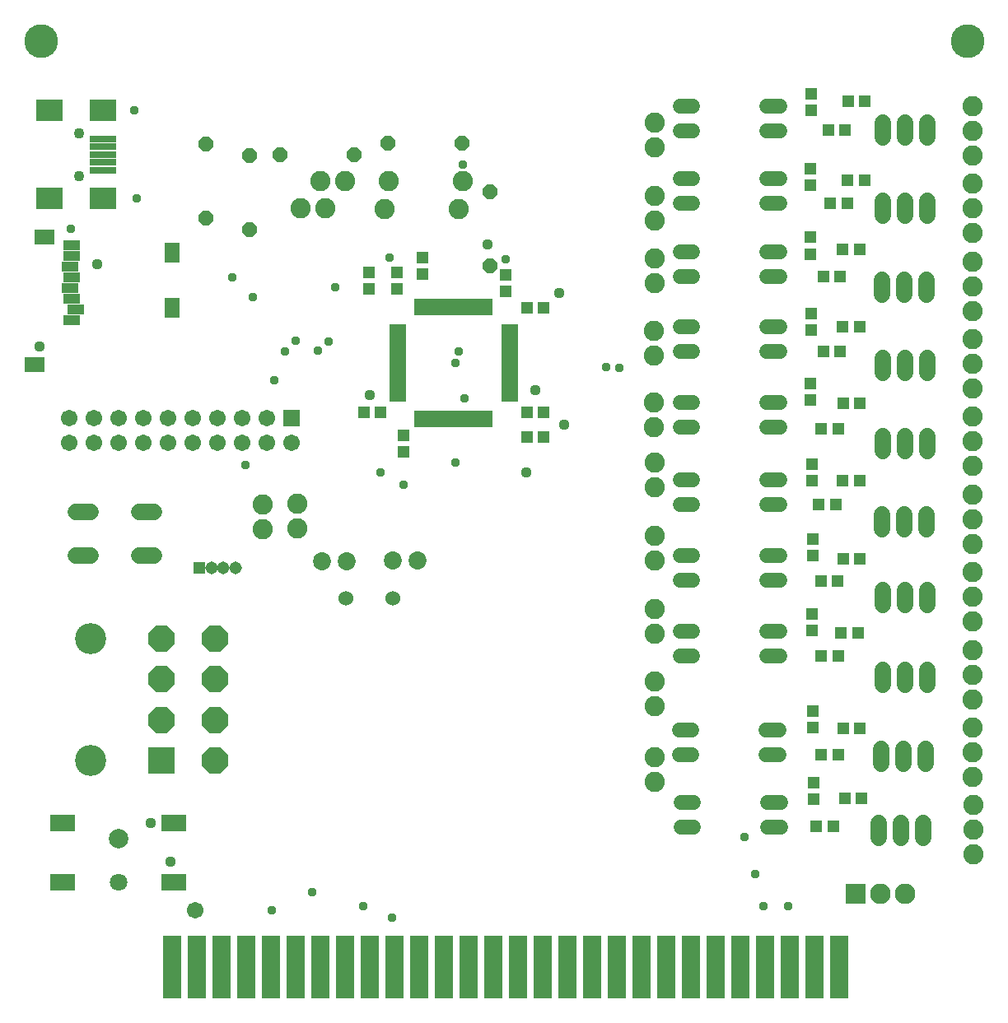
<source format=gts>
G75*
%MOIN*%
%OFA0B0*%
%FSLAX25Y25*%
%IPPOS*%
%LPD*%
%AMOC8*
5,1,8,0,0,1.08239X$1,22.5*
%
%ADD10C,0.13650*%
%ADD11R,0.07300X0.25800*%
%ADD12R,0.10643X0.02769*%
%ADD13R,0.10643X0.08674*%
%ADD14C,0.04343*%
%ADD15R,0.05162X0.05162*%
%ADD16C,0.05162*%
%ADD17R,0.10249X0.06706*%
%ADD18C,0.07099*%
%ADD19C,0.07887*%
%ADD20C,0.06000*%
%ADD21C,0.08200*%
%ADD22R,0.06737X0.06737*%
%ADD23C,0.06737*%
%ADD24R,0.01981X0.06509*%
%ADD25R,0.06509X0.01981*%
%ADD26R,0.04737X0.05131*%
%ADD27R,0.05131X0.04737*%
%ADD28R,0.06312X0.07887*%
%ADD29R,0.08280X0.06312*%
%ADD30R,0.06706X0.03950*%
%ADD31C,0.06000*%
%ADD32C,0.06800*%
%ADD33R,0.08300X0.08300*%
%ADD34C,0.08300*%
%ADD35C,0.07300*%
%ADD36OC8,0.10800*%
%ADD37R,0.10800X0.10800*%
%ADD38C,0.12611*%
%ADD39OC8,0.06000*%
%ADD40C,0.03778*%
%ADD41C,0.04369*%
%ADD42C,0.06706*%
D10*
X0013900Y0392500D03*
X0388900Y0392500D03*
D11*
X0337150Y0017500D03*
X0327150Y0017500D03*
X0317150Y0017500D03*
X0307150Y0017500D03*
X0297150Y0017500D03*
X0287150Y0017500D03*
X0277150Y0017500D03*
X0267150Y0017500D03*
X0257150Y0017500D03*
X0247150Y0017500D03*
X0237150Y0017500D03*
X0227150Y0017500D03*
X0217150Y0017500D03*
X0207150Y0017500D03*
X0197150Y0017500D03*
X0187150Y0017500D03*
X0177150Y0017500D03*
X0167150Y0017500D03*
X0157150Y0017500D03*
X0147150Y0017500D03*
X0137150Y0017500D03*
X0127150Y0017500D03*
X0117150Y0017500D03*
X0107150Y0017500D03*
X0097150Y0017500D03*
X0087150Y0017500D03*
X0077150Y0017500D03*
X0067150Y0017500D03*
D12*
X0039166Y0340225D03*
X0039166Y0343375D03*
X0039166Y0346524D03*
X0039166Y0349674D03*
X0039166Y0352823D03*
D13*
X0039166Y0364241D03*
X0017513Y0364241D03*
X0017513Y0328808D03*
X0039166Y0328808D03*
D14*
X0029324Y0337863D03*
X0029324Y0355186D03*
D15*
X0077973Y0179123D03*
D16*
X0082894Y0179123D03*
X0087815Y0179123D03*
X0092737Y0179123D03*
D17*
X0022807Y0051752D03*
X0022807Y0075768D03*
X0067689Y0075768D03*
X0067689Y0051752D03*
D18*
X0045248Y0051752D03*
D19*
X0045248Y0069469D03*
D20*
X0272877Y0074217D02*
X0278077Y0074217D01*
X0278077Y0084217D02*
X0272877Y0084217D01*
X0272309Y0103367D02*
X0277509Y0103367D01*
X0277509Y0113367D02*
X0272309Y0113367D01*
X0272642Y0143544D02*
X0277842Y0143544D01*
X0277842Y0153544D02*
X0272642Y0153544D01*
X0272642Y0174056D02*
X0277842Y0174056D01*
X0277842Y0184056D02*
X0272642Y0184056D01*
X0272642Y0204568D02*
X0277842Y0204568D01*
X0277842Y0214568D02*
X0272642Y0214568D01*
X0272642Y0236064D02*
X0277842Y0236064D01*
X0277842Y0246064D02*
X0272642Y0246064D01*
X0272642Y0266576D02*
X0277842Y0266576D01*
X0277842Y0276576D02*
X0272642Y0276576D01*
X0272642Y0297088D02*
X0277842Y0297088D01*
X0277842Y0307088D02*
X0272642Y0307088D01*
X0272642Y0326615D02*
X0277842Y0326615D01*
X0277842Y0336615D02*
X0272642Y0336615D01*
X0272642Y0356143D02*
X0277842Y0356143D01*
X0277842Y0366143D02*
X0272642Y0366143D01*
X0307842Y0366143D02*
X0313042Y0366143D01*
X0313042Y0356143D02*
X0307842Y0356143D01*
X0307842Y0336615D02*
X0313042Y0336615D01*
X0313042Y0326615D02*
X0307842Y0326615D01*
X0307842Y0307088D02*
X0313042Y0307088D01*
X0313042Y0297088D02*
X0307842Y0297088D01*
X0307842Y0276576D02*
X0313042Y0276576D01*
X0313042Y0266576D02*
X0307842Y0266576D01*
X0307842Y0246064D02*
X0313042Y0246064D01*
X0313042Y0236064D02*
X0307842Y0236064D01*
X0307842Y0214568D02*
X0313042Y0214568D01*
X0313042Y0204568D02*
X0307842Y0204568D01*
X0307842Y0184056D02*
X0313042Y0184056D01*
X0313042Y0174056D02*
X0307842Y0174056D01*
X0307842Y0153544D02*
X0313042Y0153544D01*
X0313042Y0143544D02*
X0307842Y0143544D01*
X0307509Y0113367D02*
X0312709Y0113367D01*
X0312709Y0103367D02*
X0307509Y0103367D01*
X0308077Y0084217D02*
X0313277Y0084217D01*
X0313277Y0074217D02*
X0308077Y0074217D01*
D21*
X0262227Y0092520D03*
X0262227Y0102520D03*
X0262227Y0123031D03*
X0262227Y0133031D03*
X0262227Y0152559D03*
X0262227Y0162559D03*
X0262227Y0182087D03*
X0262227Y0192087D03*
X0262227Y0211614D03*
X0262227Y0221614D03*
X0261940Y0236142D03*
X0261940Y0246142D03*
X0261893Y0265113D03*
X0261893Y0275113D03*
X0262227Y0294291D03*
X0262227Y0304291D03*
X0262227Y0319882D03*
X0262227Y0329882D03*
X0262227Y0349409D03*
X0262227Y0359409D03*
X0184562Y0335630D03*
X0182895Y0324549D03*
X0154562Y0335630D03*
X0152895Y0324549D03*
X0137054Y0335634D03*
X0127054Y0335634D03*
X0129054Y0324635D03*
X0119054Y0324635D03*
X0117734Y0204970D03*
X0117734Y0194970D03*
X0103574Y0194652D03*
X0103574Y0204652D03*
X0391164Y0208740D03*
X0391164Y0220236D03*
X0391164Y0230236D03*
X0391164Y0240236D03*
X0391164Y0251732D03*
X0391164Y0261732D03*
X0391164Y0271732D03*
X0391164Y0283228D03*
X0391164Y0293228D03*
X0391164Y0303228D03*
X0391164Y0314724D03*
X0391164Y0324724D03*
X0391164Y0334724D03*
X0391164Y0346220D03*
X0391164Y0356220D03*
X0391164Y0366220D03*
X0391164Y0198740D03*
X0391164Y0188740D03*
X0391164Y0177244D03*
X0391164Y0167244D03*
X0391164Y0157244D03*
X0391164Y0145748D03*
X0391164Y0135748D03*
X0391164Y0125748D03*
X0391164Y0114252D03*
X0391164Y0104252D03*
X0391164Y0094252D03*
X0391213Y0083002D03*
X0391213Y0073002D03*
X0391213Y0063002D03*
D22*
X0115384Y0239744D03*
D23*
X0105384Y0239744D03*
X0105384Y0229744D03*
X0115384Y0229744D03*
X0095384Y0229744D03*
X0095384Y0239744D03*
X0085384Y0239744D03*
X0085384Y0229744D03*
X0075384Y0229744D03*
X0075384Y0239744D03*
X0065384Y0239744D03*
X0065384Y0229744D03*
X0055384Y0229744D03*
X0055384Y0239744D03*
X0045384Y0239744D03*
X0045384Y0229744D03*
X0035384Y0229744D03*
X0035384Y0239744D03*
X0025384Y0239744D03*
X0025384Y0229744D03*
D24*
X0166164Y0239400D03*
X0168132Y0239400D03*
X0170101Y0239400D03*
X0172069Y0239400D03*
X0174038Y0239400D03*
X0176006Y0239400D03*
X0177975Y0239400D03*
X0179943Y0239400D03*
X0181912Y0239400D03*
X0183880Y0239400D03*
X0185849Y0239400D03*
X0187817Y0239400D03*
X0189786Y0239400D03*
X0191754Y0239400D03*
X0193723Y0239400D03*
X0195691Y0239400D03*
X0195691Y0284675D03*
X0193723Y0284675D03*
X0191754Y0284675D03*
X0189786Y0284675D03*
X0187817Y0284675D03*
X0185849Y0284675D03*
X0183880Y0284675D03*
X0181912Y0284675D03*
X0179943Y0284675D03*
X0177975Y0284675D03*
X0176006Y0284675D03*
X0174038Y0284675D03*
X0172069Y0284675D03*
X0170101Y0284675D03*
X0168132Y0284675D03*
X0166164Y0284675D03*
D25*
X0158290Y0276801D03*
X0158290Y0274833D03*
X0158290Y0272864D03*
X0158290Y0270896D03*
X0158290Y0268927D03*
X0158290Y0266959D03*
X0158290Y0264990D03*
X0158290Y0263022D03*
X0158290Y0261053D03*
X0158290Y0259085D03*
X0158290Y0257116D03*
X0158290Y0255148D03*
X0158290Y0253179D03*
X0158290Y0251211D03*
X0158290Y0249242D03*
X0158290Y0247274D03*
X0203565Y0247274D03*
X0203565Y0249242D03*
X0203565Y0251211D03*
X0203565Y0253179D03*
X0203565Y0255148D03*
X0203565Y0257116D03*
X0203565Y0259085D03*
X0203565Y0261053D03*
X0203565Y0263022D03*
X0203565Y0264990D03*
X0203565Y0266959D03*
X0203565Y0268927D03*
X0203565Y0270896D03*
X0203565Y0272864D03*
X0203565Y0274833D03*
X0203565Y0276801D03*
D26*
X0202187Y0291024D03*
X0202187Y0297717D03*
X0168255Y0298184D03*
X0168255Y0304877D03*
X0157896Y0298701D03*
X0157896Y0292008D03*
X0146592Y0291956D03*
X0146592Y0298649D03*
X0160849Y0232756D03*
X0160849Y0226063D03*
X0326094Y0220956D03*
X0326094Y0214263D03*
X0326324Y0190780D03*
X0326324Y0184088D03*
X0326100Y0160391D03*
X0326100Y0153698D03*
X0326443Y0121093D03*
X0326443Y0114400D03*
X0326646Y0092185D03*
X0326646Y0085492D03*
X0325483Y0247034D03*
X0325483Y0253727D03*
X0325760Y0275287D03*
X0325760Y0281979D03*
X0325411Y0306215D03*
X0325411Y0312908D03*
X0325427Y0333977D03*
X0325427Y0340670D03*
X0325619Y0364384D03*
X0325619Y0371077D03*
D27*
X0332637Y0356289D03*
X0339330Y0356289D03*
X0340786Y0368075D03*
X0347479Y0368075D03*
X0347215Y0336161D03*
X0340522Y0336161D03*
X0340215Y0326663D03*
X0333522Y0326663D03*
X0338520Y0308134D03*
X0345213Y0308134D03*
X0337216Y0296916D03*
X0330523Y0296916D03*
X0338522Y0276819D03*
X0345215Y0276819D03*
X0337216Y0266623D03*
X0330523Y0266623D03*
X0338813Y0245840D03*
X0345506Y0245840D03*
X0336549Y0235512D03*
X0329856Y0235512D03*
X0338522Y0214431D03*
X0345215Y0214431D03*
X0335549Y0204584D03*
X0328856Y0204584D03*
X0338597Y0182816D03*
X0345290Y0182816D03*
X0336231Y0173822D03*
X0329538Y0173822D03*
X0337855Y0152741D03*
X0344548Y0152741D03*
X0336549Y0143560D03*
X0329856Y0143560D03*
X0338689Y0114156D03*
X0345382Y0114156D03*
X0336549Y0103435D03*
X0329856Y0103435D03*
X0339385Y0085796D03*
X0346078Y0085796D03*
X0334538Y0074408D03*
X0327845Y0074408D03*
X0217293Y0232087D03*
X0210600Y0232087D03*
X0210652Y0242205D03*
X0217345Y0242205D03*
X0217345Y0284528D03*
X0210652Y0284528D03*
X0151400Y0242205D03*
X0144707Y0242205D03*
D28*
X0066976Y0284232D03*
X0066976Y0306673D03*
D29*
X0015204Y0313071D03*
X0011267Y0261299D03*
D30*
X0026425Y0279547D03*
X0027999Y0283878D03*
X0026425Y0288209D03*
X0025637Y0292539D03*
X0026425Y0296870D03*
X0025637Y0301201D03*
X0026425Y0305531D03*
X0026425Y0309862D03*
D31*
X0137446Y0166771D03*
X0156446Y0166771D03*
D32*
X0059529Y0184081D02*
X0053529Y0184081D01*
X0053529Y0201881D02*
X0059529Y0201881D01*
X0033929Y0201881D02*
X0027929Y0201881D01*
X0027929Y0184081D02*
X0033929Y0184081D01*
X0354307Y0194836D02*
X0354307Y0200836D01*
X0363307Y0200836D02*
X0363307Y0194836D01*
X0372307Y0194836D02*
X0372307Y0200836D01*
X0372641Y0226410D02*
X0372641Y0232410D01*
X0363641Y0232410D02*
X0363641Y0226410D01*
X0354641Y0226410D02*
X0354641Y0232410D01*
X0354641Y0258224D02*
X0354641Y0264224D01*
X0363641Y0264224D02*
X0363641Y0258224D01*
X0372641Y0258224D02*
X0372641Y0264224D01*
X0372307Y0289845D02*
X0372307Y0295845D01*
X0363307Y0295845D02*
X0363307Y0289845D01*
X0354307Y0289845D02*
X0354307Y0295845D01*
X0354641Y0321580D02*
X0354641Y0327580D01*
X0363641Y0327580D02*
X0363641Y0321580D01*
X0372641Y0321580D02*
X0372641Y0327580D01*
X0372605Y0353342D02*
X0372605Y0359342D01*
X0363605Y0359342D02*
X0363605Y0353342D01*
X0354605Y0353342D02*
X0354605Y0359342D01*
X0354641Y0170100D02*
X0354641Y0164100D01*
X0363641Y0164100D02*
X0363641Y0170100D01*
X0372641Y0170100D02*
X0372641Y0164100D01*
X0372641Y0137797D02*
X0372641Y0131797D01*
X0363641Y0131797D02*
X0363641Y0137797D01*
X0354641Y0137797D02*
X0354641Y0131797D01*
X0353974Y0105618D02*
X0353974Y0099618D01*
X0362974Y0099618D02*
X0362974Y0105618D01*
X0371974Y0105618D02*
X0371974Y0099618D01*
X0371111Y0075610D02*
X0371111Y0069610D01*
X0362111Y0069610D02*
X0362111Y0075610D01*
X0353111Y0075610D02*
X0353111Y0069610D01*
D33*
X0343849Y0047173D03*
D34*
X0353849Y0047173D03*
X0363849Y0047173D03*
D35*
X0166361Y0182197D03*
X0156361Y0182197D03*
X0137692Y0181769D03*
X0127692Y0181769D03*
D36*
X0084427Y0150405D03*
X0084427Y0133905D03*
X0084427Y0117405D03*
X0084427Y0100905D03*
X0062727Y0117405D03*
X0062727Y0133905D03*
X0062727Y0150405D03*
D37*
X0062727Y0100905D03*
D38*
X0033987Y0100905D03*
X0033987Y0150405D03*
D39*
X0195714Y0301302D03*
X0195714Y0331302D03*
X0184383Y0350965D03*
X0154383Y0350965D03*
X0140721Y0346299D03*
X0110721Y0346299D03*
X0098390Y0345967D03*
X0080725Y0350634D03*
X0080725Y0320634D03*
X0098390Y0315967D03*
D40*
X0091391Y0296638D03*
X0099723Y0288638D03*
X0117116Y0271174D03*
X0112687Y0266744D03*
X0108389Y0254975D03*
X0126082Y0267013D03*
X0130337Y0270748D03*
X0133053Y0292638D03*
X0155051Y0304637D03*
X0183048Y0266641D03*
X0181715Y0261974D03*
X0185382Y0247642D03*
X0181715Y0221645D03*
X0160849Y0212787D03*
X0151385Y0217645D03*
X0096724Y0220645D03*
X0026064Y0316302D03*
X0052728Y0328634D03*
X0051728Y0364297D03*
X0184715Y0342300D03*
X0202187Y0304213D03*
X0242709Y0260308D03*
X0248042Y0259974D03*
X0298704Y0069994D03*
X0303037Y0054995D03*
X0306370Y0041996D03*
X0316369Y0041996D03*
X0156051Y0037330D03*
X0144386Y0041996D03*
X0123721Y0047662D03*
X0107389Y0040330D03*
D41*
X0066361Y0060118D03*
X0058487Y0075866D03*
X0210463Y0217636D03*
X0225809Y0236950D03*
X0213998Y0251063D03*
X0223841Y0290433D03*
X0194838Y0310118D03*
X0147132Y0249094D03*
X0036833Y0302113D03*
X0013211Y0268780D03*
D42*
X0076203Y0040433D03*
M02*

</source>
